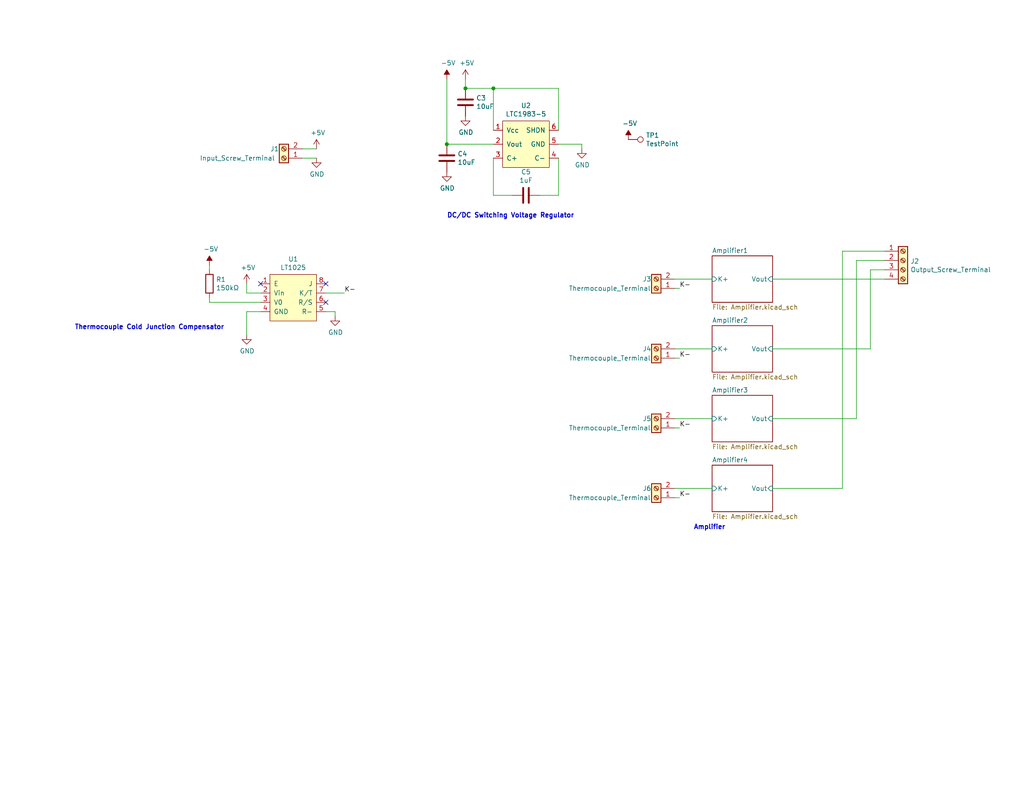
<source format=kicad_sch>
(kicad_sch (version 20211123) (generator eeschema)
  (paper "A")
  (lib_symbols
    (symbol "Connector:Screw_Terminal_01x02" (pin_names (offset 1.016) hide)
      (property "Reference" "J" (at 0 2.54 0))
      (property "Value" "Screw_Terminal_01x02" (at 0 -5.08 0))
      (symbol "Screw_Terminal_01x02_1_1"
        (rectangle (start -1.27 1.27) (end 1.27 -3.81) (stroke (width 0.254)) (fill (type background)))
        (circle (center 0 -2.54) (radius 0.635) (stroke (width 0.1524)))
        (polyline (pts (xy -0.5334 -2.2098) (xy 0.3302 -3.048)) (stroke (width 0.1524)))
        (polyline (pts (xy -0.5334 0.3302) (xy 0.3302 -0.508)) (stroke (width 0.1524)))
        (polyline (pts (xy -0.3556 -2.032) (xy 0.508 -2.8702)) (stroke (width 0.1524)))
        (polyline (pts (xy -0.3556 0.508) (xy 0.508 -0.3302)) (stroke (width 0.1524)))
        (circle (center 0 0) (radius 0.635) (stroke (width 0.1524)))
        (pin passive line (at -5.08 0 0) (length 3.81) (name "Pin_1") (number "1"))
        (pin passive line (at -5.08 -2.54 0) (length 3.81) (name "Pin_2") (number "2"))
      )
    )
    (symbol "Connector:Screw_Terminal_01x04" (pin_names (offset 1.016) hide)
      (property "Reference" "J" (at 0 5.08 0))
      (property "Value" "Screw_Terminal_01x04" (at 0 -7.62 0))
      (symbol "Screw_Terminal_01x04_1_1"
        (rectangle (start -1.27 3.81) (end 1.27 -6.35) (stroke (width 0.254)) (fill (type background)))
        (circle (center 0 -5.08) (radius 0.635) (stroke (width 0.1524)))
        (circle (center 0 -2.54) (radius 0.635) (stroke (width 0.1524)))
        (polyline (pts (xy -0.5334 -4.7498) (xy 0.3302 -5.588)) (stroke (width 0.1524)))
        (polyline (pts (xy -0.5334 -2.2098) (xy 0.3302 -3.048)) (stroke (width 0.1524)))
        (polyline (pts (xy -0.5334 0.3302) (xy 0.3302 -0.508)) (stroke (width 0.1524)))
        (polyline (pts (xy -0.5334 2.8702) (xy 0.3302 2.032)) (stroke (width 0.1524)))
        (polyline (pts (xy -0.3556 -4.572) (xy 0.508 -5.4102)) (stroke (width 0.1524)))
        (polyline (pts (xy -0.3556 -2.032) (xy 0.508 -2.8702)) (stroke (width 0.1524)))
        (polyline (pts (xy -0.3556 0.508) (xy 0.508 -0.3302)) (stroke (width 0.1524)))
        (polyline (pts (xy -0.3556 3.048) (xy 0.508 2.2098)) (stroke (width 0.1524)))
        (circle (center 0 0) (radius 0.635) (stroke (width 0.1524)))
        (circle (center 0 2.54) (radius 0.635) (stroke (width 0.1524)))
        (pin passive line (at -5.08 2.54 0) (length 3.81) (name "Pin_1") (number "1"))
        (pin passive line (at -5.08 0 0) (length 3.81) (name "Pin_2") (number "2"))
        (pin passive line (at -5.08 -2.54 0) (length 3.81) (name "Pin_3") (number "3"))
        (pin passive line (at -5.08 -5.08 0) (length 3.81) (name "Pin_4") (number "4"))
      )
    )
    (symbol "Connector:TestPoint" (pin_numbers hide) (pin_names (offset 0.762) hide)
      (property "Reference" "TP" (at 0 6.858 0))
      (property "Value" "TestPoint" (at 0 5.08 0))
      (symbol "TestPoint_0_1"
        (circle (center 0 3.302) (radius 0.762))
      )
      (symbol "TestPoint_1_1"
        (pin passive line (at 0 0 90) (length 2.54) (name "1") (number "1"))
      )
    )
    (symbol "Device:C" (pin_numbers hide) (pin_names (offset 0.254))
      (property "Reference" "C" (at 0.635 2.54 0))
      (property "Value" "C" (at 0.635 -2.54 0))
      (symbol "C_0_1"
        (polyline (pts (xy -2.032 -0.762) (xy 2.032 -0.762)) (stroke (width 0.508)))
        (polyline (pts (xy -2.032 0.762) (xy 2.032 0.762)) (stroke (width 0.508)))
      )
      (symbol "C_1_1"
        (pin passive line (at 0 3.81 270) (length 2.794) (name "~") (number "1"))
        (pin passive line (at 0 -3.81 90) (length 2.794) (name "~") (number "2"))
      )
    )
    (symbol "Device:R" (pin_numbers hide) (pin_names (offset 0))
      (property "Reference" "R" (at 2.032 0 90))
      (property "Value" "R" (at 0 0 90))
      (symbol "R_0_1"
        (rectangle (start -1.016 -2.54) (end 1.016 2.54) (stroke (width 0.254)))
      )
      (symbol "R_1_1"
        (pin passive line (at 0 3.81 270) (length 1.27) (name "~") (number "1"))
        (pin passive line (at 0 -3.81 90) (length 1.27) (name "~") (number "2"))
      )
    )
    (symbol "Thermocouple:LT1025" (pin_names (offset 1.016))
      (property "Reference" "U" (at 0 -7.62 0))
      (property "Value" "LT1025" (at 0 7.62 0))
      (symbol "LT1025_0_1"
        (rectangle (start -6.35 6.35) (end 6.35 -6.35) (fill (type background)))
      )
      (symbol "LT1025_1_1"
        (pin input line (at -8.89 3.81 0) (length 2.54) (name "E") (number "1"))
        (pin input line (at -8.89 1.27 0) (length 2.54) (name "Vin") (number "2"))
        (pin input line (at -8.89 -1.27 0) (length 2.54) (name "V0") (number "3"))
        (pin input line (at -8.89 -3.81 0) (length 2.54) (name "GND") (number "4"))
        (pin input line (at 8.89 -3.81 180) (length 2.54) (name "R-") (number "5"))
        (pin input line (at 8.89 -1.27 180) (length 2.54) (name "R/S") (number "6"))
        (pin input line (at 8.89 1.27 180) (length 2.54) (name "K/T") (number "7"))
        (pin input line (at 8.89 3.81 180) (length 2.54) (name "J") (number "8"))
      )
    )
    (symbol "Thermocouple:LTC1983-5" (pin_names (offset 1.016))
      (property "Reference" "U" (at 0 -7.62 0))
      (property "Value" "LTC1983-5" (at 0 7.62 0))
      (symbol "LTC1983-5_0_1"
        (rectangle (start 6.35 -6.35) (end -6.35 6.35) (fill (type background)))
      )
      (symbol "LTC1983-5_1_1"
        (pin input line (at -8.89 3.81 0) (length 2.54) (name "Vcc") (number "1"))
        (pin input line (at -8.89 0 0) (length 2.54) (name "Vout") (number "2"))
        (pin input line (at -8.89 -3.81 0) (length 2.54) (name "C+") (number "3"))
        (pin input line (at 8.89 -3.81 180) (length 2.54) (name "C-") (number "4"))
        (pin input line (at 8.89 0 180) (length 2.54) (name "GND") (number "5"))
        (pin input line (at 8.89 3.81 180) (length 2.54) (name "SHDN") (number "6"))
      )
    )
    (symbol "power:+5V" (power) (pin_names (offset 0))
      (property "Value" "+5V" (at 0 3.556 0))
      (symbol "+5V_0_1"
        (polyline (pts (xy -0.762 1.27) (xy 0 2.54)))
        (polyline (pts (xy 0 0) (xy 0 2.54)))
        (polyline (pts (xy 0 2.54) (xy 0.762 1.27)))
      )
      (symbol "+5V_1_1"
        (pin power_in line (at 0 0 90) (length 0) hide (name "+5V") (number "1"))
      )
    )
    (symbol "power:-5V" (power) (pin_names (offset 0))
      (property "Value" "-5V" (at 0 3.81 0))
      (symbol "-5V_0_0"
        (pin power_in line (at 0 0 90) (length 0) hide (name "-5V") (number "1"))
      )
      (symbol "-5V_0_1"
        (polyline (pts (xy 0 0) (xy 0 1.27) (xy 0.762 1.27) (xy 0 2.54) (xy -0.762 1.27) (xy 0 1.27)) (fill (type outline)))
      )
    )
    (symbol "power:GND" (power) (pin_names (offset 0))
      (property "Value" "GND" (at 0 -3.81 0))
      (symbol "GND_0_1"
        (polyline (pts (xy 0 0) (xy 0 -1.27) (xy 1.27 -1.27) (xy 0 -2.54) (xy -1.27 -1.27) (xy 0 -1.27)))
      )
      (symbol "GND_1_1"
        (pin power_in line (at 0 0 270) (length 0) hide (name "GND") (number "1"))
      )
    )
  )
  (junction (at 127 24.13))
  (junction (at 134.62 24.13))
  (junction (at 121.92 39.37))
  (no_connect (at 88.9 82.55))
  (no_connect (at 88.9 77.47))
  (no_connect (at 71.12 77.47))
  (wire (pts (xy 184.15 133.35) (xy 194.31 133.35)))
  (wire (pts (xy 121.92 39.37) (xy 134.62 39.37)))
  (wire (pts (xy 152.4 39.37) (xy 158.75 39.37)))
  (wire (pts (xy 184.15 76.2) (xy 194.31 76.2)))
  (wire (pts (xy 67.31 77.47) (xy 67.31 80.01)))
  (wire (pts (xy 134.62 53.34) (xy 139.7 53.34)))
  (wire (pts (xy 127 24.13) (xy 134.62 24.13)))
  (wire (pts (xy 91.44 85.09) (xy 91.44 86.36)))
  (wire (pts (xy 184.15 116.84) (xy 185.42 116.84)))
  (wire (pts (xy 152.4 53.34) (xy 147.32 53.34)))
  (wire (pts (xy 88.9 85.09) (xy 91.44 85.09)))
  (wire (pts (xy 233.68 71.12) (xy 233.68 114.3)))
  (wire (pts (xy 229.87 133.35) (xy 210.82 133.35)))
  (wire (pts (xy 237.49 95.25) (xy 210.82 95.25)))
  (wire (pts (xy 57.15 82.55) (xy 71.12 82.55)))
  (wire (pts (xy 67.31 80.01) (xy 71.12 80.01)))
  (wire (pts (xy 121.92 21.59) (xy 121.92 39.37)))
  (wire (pts (xy 71.12 85.09) (xy 67.31 85.09)))
  (wire (pts (xy 152.4 43.18) (xy 152.4 53.34)))
  (wire (pts (xy 184.15 78.74) (xy 185.42 78.74)))
  (wire (pts (xy 127 21.59) (xy 127 24.13)))
  (wire (pts (xy 134.62 43.18) (xy 134.62 53.34)))
  (wire (pts (xy 241.3 71.12) (xy 233.68 71.12)))
  (wire (pts (xy 82.55 40.64) (xy 86.36 40.64)))
  (wire (pts (xy 184.15 97.79) (xy 185.42 97.79)))
  (wire (pts (xy 57.15 81.28) (xy 57.15 82.55)))
  (wire (pts (xy 241.3 73.66) (xy 237.49 73.66)))
  (wire (pts (xy 184.15 95.25) (xy 194.31 95.25)))
  (wire (pts (xy 67.31 85.09) (xy 67.31 91.44)))
  (wire (pts (xy 184.15 114.3) (xy 194.31 114.3)))
  (wire (pts (xy 210.82 76.2) (xy 241.3 76.2)))
  (wire (pts (xy 233.68 114.3) (xy 210.82 114.3)))
  (wire (pts (xy 229.87 68.58) (xy 229.87 133.35)))
  (wire (pts (xy 184.15 135.89) (xy 185.42 135.89)))
  (wire (pts (xy 237.49 73.66) (xy 237.49 95.25)))
  (wire (pts (xy 241.3 68.58) (xy 229.87 68.58)))
  (wire (pts (xy 152.4 24.13) (xy 152.4 35.56)))
  (wire (pts (xy 134.62 24.13) (xy 134.62 35.56)))
  (wire (pts (xy 57.15 72.39) (xy 57.15 73.66)))
  (wire (pts (xy 88.9 80.01) (xy 93.98 80.01)))
  (wire (pts (xy 158.75 39.37) (xy 158.75 40.64)))
  (wire (pts (xy 134.62 24.13) (xy 152.4 24.13)))
  (wire (pts (xy 82.55 43.18) (xy 86.36 43.18)))
  (text "Amplifier" (at 189.23 144.78 0) (effects (font (size 1.27 1.27) (thickness 0.254) bold) (justify left bottom)))
  (text "DC/DC Switching Voltage Regulator\n" (at 121.92 59.69 0) (effects (font (size 1.27 1.27) (thickness 0.254) bold) (justify left bottom)))
  (text "Thermocouple Cold Junction Compensator" (at 20.32 90.17 0) (effects (font (size 1.27 1.27) (thickness 0.254) bold) (justify left bottom)))
  (label "K-" (at 185.42 116.84 0))
  (label "K-" (at 185.42 97.79 0))
  (label "K-" (at 185.42 78.74 0))
  (label "K-" (at 185.42 135.89 0))
  (label "K-" (at 93.98 80.01 0))
  (symbol (lib_id "Device:R") (at 57.15 77.47 180) (unit 1)
    (property "Reference" "R1" (at 58.928 76.3016 0) (effects (justify right)))
    (property "Value" "150kΩ" (at 58.928 78.613 0) (effects (justify right)))
    (property "Footprint" "Resistor_SMD:R_0805_2012Metric_Pad1.20x1.40mm_HandSolder" (effects hide))
  )
  (symbol (lib_id "power:GND") (at 67.31 91.44 0) (unit 1)
    (property "Reference" "#PWR01" (effects hide))
    (property "Value" "GND" (at 67.437 95.8342 0))
  )
  (symbol (lib_id "power:+5V") (at 86.36 40.64 0) (unit 1)
    (property "Reference" "#PWR04" (effects hide))
    (property "Value" "+5V" (at 86.741 36.2458 0))
  )
  (symbol (lib_id "power:+5V") (at 67.31 77.47 0) (unit 1)
    (property "Reference" "#PWR07" (effects hide))
    (property "Value" "+5V" (at 67.691 73.0758 0))
  )
  (symbol (lib_id "power:-5V") (at 57.15 72.39 0) (unit 1)
    (property "Reference" "#PWR06" (effects hide))
    (property "Value" "-5V" (at 57.531 67.9958 0))
  )
  (symbol (lib_id "power:GND") (at 86.36 43.18 0) (unit 1)
    (property "Reference" "#PWR05" (effects hide))
    (property "Value" "GND" (at 86.487 47.5742 0))
  )
  (symbol (lib_id "Thermocouple:LT1025") (at 80.01 81.28 0) (unit 1)
    (property "Reference" "U1" (at 80.01 70.739 0))
    (property "Value" "LT1025" (at 80.01 73.0504 0))
    (property "Footprint" "Package_SO:SOP-8_3.9x4.9mm_P1.27mm" (effects hide))
  )
  (symbol (lib_id "Connector:Screw_Terminal_01x02") (at 77.47 43.18 180) (unit 1)
    (property "Reference" "J1" (at 74.93 40.64 0))
    (property "Value" "Input_Screw_Terminal" (at 64.77 43.18 0))
    (property "Footprint" "TerminalBlock_Phoenix:TerminalBlock_Phoenix_MKDS-1,5-2-5.08_1x02_P5.08mm_Horizontal" (effects hide))
  )
  (symbol (lib_id "Thermocouple:LTC1983-5") (at 143.51 39.37 0) (unit 1)
    (property "Reference" "U2" (at 143.51 28.829 0))
    (property "Value" "LTC1983-5" (at 143.51 31.1404 0))
    (property "Footprint" "Package_SO:TSOP-6_1.65x3.05mm_P0.95mm" (effects hide))
  )
  (symbol (lib_id "power:+5V") (at 127 21.59 0) (unit 1)
    (property "Reference" "#PWR013" (effects hide))
    (property "Value" "+5V" (at 127.381 17.1958 0))
  )
  (symbol (lib_id "power:-5V") (at 121.92 21.59 0) (unit 1)
    (property "Reference" "#PWR012" (effects hide))
    (property "Value" "-5V" (at 122.301 17.1958 0))
  )
  (symbol (lib_id "power:GND") (at 158.75 40.64 0) (unit 1)
    (property "Reference" "#PWR015" (effects hide))
    (property "Value" "GND" (at 158.877 45.0342 0))
  )
  (symbol (lib_id "Device:C") (at 143.51 53.34 90) (unit 1)
    (property "Reference" "C5" (at 143.51 46.9392 90))
    (property "Value" "1uF" (at 143.51 49.2506 90))
    (property "Footprint" "Capacitor_SMD:C_0805_2012Metric_Pad1.18x1.45mm_HandSolder" (effects hide))
  )
  (symbol (lib_id "Device:C") (at 127 27.94 0) (unit 1)
    (property "Reference" "C3" (at 129.921 26.7716 0) (effects (justify left)))
    (property "Value" "10uF" (at 129.921 29.083 0) (effects (justify left)))
    (property "Footprint" "Capacitor_SMD:C_0805_2012Metric_Pad1.18x1.45mm_HandSolder" (effects hide))
  )
  (symbol (lib_id "power:GND") (at 127 31.75 0) (unit 1)
    (property "Reference" "#PWR014" (effects hide))
    (property "Value" "GND" (at 127.127 36.1442 0))
  )
  (symbol (lib_id "power:-5V") (at 171.45 38.1 0) (unit 1)
    (property "Reference" "#PWR016" (effects hide))
    (property "Value" "-5V" (at 171.831 33.7058 0))
  )
  (symbol (lib_id "Connector:Screw_Terminal_01x04") (at 246.38 71.12 0) (unit 1)
    (property "Reference" "J2" (at 248.412 71.3232 0) (effects (justify left)))
    (property "Value" "Output_Screw_Terminal" (at 248.412 73.6346 0) (effects (justify left)))
    (property "Footprint" "TerminalBlock_Phoenix:TerminalBlock_Phoenix_MKDS-1,5-4-5.08_1x04_P5.08mm_Horizontal" (effects hide))
  )
  (symbol (lib_id "Connector:TestPoint") (at 171.45 38.1 270) (unit 1)
    (property "Reference" "TP1" (at 176.2252 36.9316 90) (effects (justify left)))
    (property "Value" "TestPoint" (at 176.2252 39.243 90) (effects (justify left)))
    (property "Footprint" "TestPoint:TestPoint_Pad_1.5x1.5mm" (effects hide))
  )
  (symbol (lib_id "Device:C") (at 121.92 43.18 0) (unit 1)
    (property "Reference" "C4" (at 124.841 42.0116 0) (effects (justify left)))
    (property "Value" "10uF" (at 124.841 44.323 0) (effects (justify left)))
    (property "Footprint" "Capacitor_SMD:C_0805_2012Metric_Pad1.18x1.45mm_HandSolder" (effects hide))
  )
  (symbol (lib_id "power:GND") (at 121.92 46.99 0) (unit 1)
    (property "Reference" "#PWR02" (effects hide))
    (property "Value" "GND" (at 122.047 51.3842 0))
  )
  (symbol (lib_id "power:GND") (at 91.44 86.36 0) (unit 1)
    (property "Reference" "#PWR08" (effects hide))
    (property "Value" "GND" (at 91.567 90.7542 0))
  )
  (symbol (lib_id "Connector:Screw_Terminal_01x02") (at 179.07 78.74 180) (unit 1)
    (property "Reference" "J3" (at 176.53 76.2 0))
    (property "Value" "Thermocouple_Terminal" (at 166.37 78.74 0))
    (property "Footprint" "TerminalBlock_Phoenix:TerminalBlock_Phoenix_MKDS-1,5-2-5.08_1x02_P5.08mm_Horizontal" (effects hide))
  )
  (symbol (lib_id "Connector:Screw_Terminal_01x02") (at 179.07 97.79 180) (unit 1)
    (property "Reference" "J4" (at 176.53 95.25 0))
    (property "Value" "Thermocouple_Terminal" (at 166.37 97.79 0))
    (property "Footprint" "TerminalBlock_Phoenix:TerminalBlock_Phoenix_MKDS-1,5-2-5.08_1x02_P5.08mm_Horizontal" (effects hide))
  )
  (symbol (lib_id "Connector:Screw_Terminal_01x02") (at 179.07 116.84 180) (unit 1)
    (property "Reference" "J5" (at 176.53 114.3 0))
    (property "Value" "Thermocouple_Terminal" (at 166.37 116.84 0))
    (property "Footprint" "TerminalBlock_Phoenix:TerminalBlock_Phoenix_MKDS-1,5-2-5.08_1x02_P5.08mm_Horizontal" (effects hide))
  )
  (symbol (lib_id "Connector:Screw_Terminal_01x02") (at 179.07 135.89 180) (unit 1)
    (property "Reference" "J6" (at 176.53 133.35 0))
    (property "Value" "Thermocouple_Terminal" (at 166.37 135.89 0))
    (property "Footprint" "TerminalBlock_Phoenix:TerminalBlock_Phoenix_MKDS-1,5-2-5.08_1x02_P5.08mm_Horizontal" (effects hide))
  )
  (sheet (at 194.31 69.85) (size 16.51 12.7)
    (property "Sheet name" "Amplifier1" (at 194.31 69.1384 0) (effects (justify left bottom)))
    (property "Sheet file" "Amplifier.kicad_sch" (at 194.31 83.1346 0) (effects (justify left top)))
    (pin "K+" input (at 194.31 76.2 180))
    (pin "Vout" input (at 210.82 76.2 0))
  )
  (sheet (at 194.31 88.9) (size 16.51 12.7)
    (property "Sheet name" "Amplifier2" (at 194.31 88.1884 0) (effects (justify left bottom)))
    (property "Sheet file" "Amplifier.kicad_sch" (at 194.31 102.1846 0) (effects (justify left top)))
    (pin "K+" input (at 194.31 95.25 180))
    (pin "Vout" input (at 210.82 95.25 0))
  )
  (sheet (at 194.31 107.95) (size 16.51 12.7)
    (property "Sheet name" "Amplifier3" (at 194.31 107.2384 0) (effects (justify left bottom)))
    (property "Sheet file" "Amplifier.kicad_sch" (at 194.31 121.2346 0) (effects (justify left top)))
    (pin "K+" input (at 194.31 114.3 180))
    (pin "Vout" input (at 210.82 114.3 0))
  )
  (sheet (at 194.31 127) (size 16.51 12.7)
    (property "Sheet name" "Amplifier4" (at 194.31 126.2884 0) (effects (justify left bottom)))
    (property "Sheet file" "Amplifier.kicad_sch" (at 194.31 140.2846 0) (effects (justify left top)))
    (pin "K+" input (at 194.31 133.35 180))
    (pin "Vout" input (at 210.82 133.35 0))
  )
)
</source>
